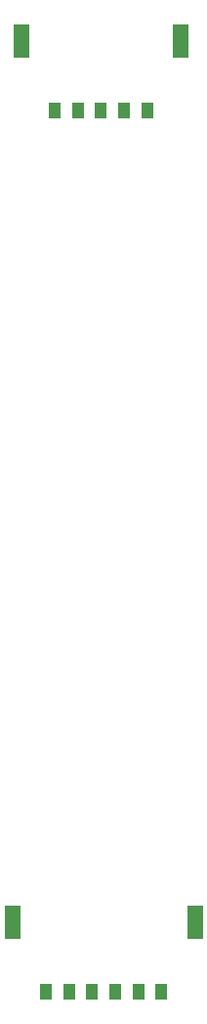
<source format=gbr>
%TF.GenerationSoftware,KiCad,Pcbnew,8.0.5*%
%TF.CreationDate,2024-12-03T18:17:28-08:00*%
%TF.ProjectId,Stationary_X_Panel,53746174-696f-46e6-9172-795f585f5061,1b*%
%TF.SameCoordinates,Original*%
%TF.FileFunction,Paste,Bot*%
%TF.FilePolarity,Positive*%
%FSLAX46Y46*%
G04 Gerber Fmt 4.6, Leading zero omitted, Abs format (unit mm)*
G04 Created by KiCad (PCBNEW 8.0.5) date 2024-12-03 18:17:28*
%MOMM*%
%LPD*%
G01*
G04 APERTURE LIST*
%ADD10R,1.100000X1.450000*%
%ADD11R,1.350000X2.900000*%
G04 APERTURE END LIST*
D10*
%TO.C,J3*%
X65550000Y-90350000D03*
X67550000Y-90350000D03*
X69550000Y-90350000D03*
X71550000Y-90350000D03*
X73550000Y-90350000D03*
D11*
X62655000Y-84375000D03*
X76445000Y-84375000D03*
%TD*%
D10*
%TO.C,J1*%
X64805000Y-166600000D03*
X66805000Y-166600000D03*
X68805000Y-166600000D03*
X70805000Y-166600000D03*
X72805000Y-166600000D03*
X74805000Y-166600000D03*
D11*
X61910000Y-160625000D03*
X77700000Y-160625000D03*
%TD*%
M02*

</source>
